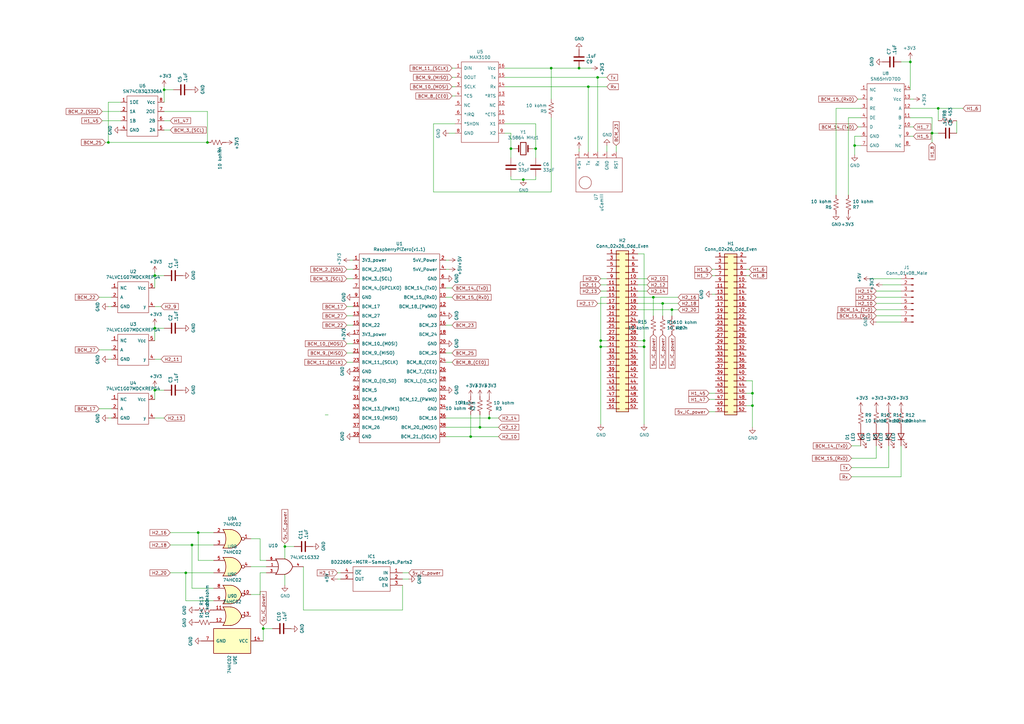
<source format=kicad_sch>
(kicad_sch (version 20211123) (generator eeschema)
  (paper "A3")
  (junction (at 196.85 175.26))
  (junction (at 241.3 35.56))
  (junction (at 382.27 54.61))
  (junction (at 219.71 60.96))
  (junction (at 237.49 27.94))
  (junction (at 116.84 224.155))
  (junction (at 308.61 161.29))
  (junction (at 275.59 127))
  (junction (at 350.52 59.69))
  (junction (at 373.38 25.4))
  (junction (at 200.66 171.45))
  (junction (at 63.5 134.62))
  (junction (at 384.81 44.45))
  (junction (at 246.38 139.7))
  (junction (at 308.61 166.37))
  (junction (at 271.78 124.46))
  (junction (at 78.74 223.52))
  (junction (at 193.04 179.07))
  (junction (at 264.16 139.7))
  (junction (at 226.06 27.94))
  (junction (at 67.31 36.83))
  (junction (at 267.97 121.92))
  (junction (at 63.5 160.02))
  (junction (at 81.28 218.44))
  (junction (at 85.09 58.42))
  (junction (at 44.45 58.42))
  (junction (at 264.16 142.24))
  (junction (at 209.55 60.96))
  (junction (at 63.5 113.03))
  (junction (at 76.2 234.95))
  (junction (at 107.95 257.81))
  (junction (at 214.63 73.66))
  (junction (at 245.11 31.75))
  (junction (at 246.38 142.24))
  (wire (pts (xy 107.95 257.81) (xy 107.95 262.89)))
  (wire (pts (xy 63.5 113.03) (xy 63.5 111.76)))
  (wire (pts (xy 78.74 241.3) (xy 87.63 241.3)))
  (wire (pts (xy 142.24 110.49) (xy 144.78 110.49)))
  (wire (pts (xy 359.41 121.92) (xy 369.57 121.92)))
  (wire (pts (xy 242.57 27.94) (xy 237.49 27.94)))
  (wire (pts (xy 67.31 36.83) (xy 71.12 36.83)))
  (wire (pts (xy 116.84 229.235) (xy 116.84 224.155)))
  (wire (pts (xy 351.79 52.07) (xy 353.06 52.07)))
  (wire (pts (xy 369.57 195.58) (xy 369.57 182.88)))
  (wire (pts (xy 382.27 48.26) (xy 382.27 54.61)))
  (wire (pts (xy 186.69 50.8) (xy 177.8 50.8)))
  (wire (pts (xy 342.9 44.45) (xy 353.06 44.45)))
  (wire (pts (xy 63.5 113.03) (xy 67.31 113.03)))
  (wire (pts (xy 210.82 60.96) (xy 209.55 60.96)))
  (wire (pts (xy 349.25 187.96) (xy 359.41 187.96)))
  (wire (pts (xy 193.04 170.18) (xy 193.04 179.07)))
  (wire (pts (xy 142.24 144.78) (xy 144.78 144.78)))
  (wire (pts (xy 209.55 73.66) (xy 209.55 72.39)))
  (wire (pts (xy 44.45 125.73) (xy 45.72 125.73)))
  (wire (pts (xy 248.92 139.7) (xy 246.38 139.7)))
  (wire (pts (xy 207.01 50.8) (xy 219.71 50.8)))
  (wire (pts (xy 209.55 54.61) (xy 207.01 54.61)))
  (wire (pts (xy 306.07 110.49) (xy 307.34 110.49)))
  (wire (pts (xy 76.2 234.95) (xy 87.63 234.95)))
  (wire (pts (xy 246.38 139.7) (xy 246.38 142.24)))
  (wire (pts (xy 261.62 142.24) (xy 264.16 142.24)))
  (wire (pts (xy 67.31 45.72) (xy 85.09 45.72)))
  (wire (pts (xy 306.07 113.03) (xy 307.34 113.03)))
  (wire (pts (xy 207.01 27.94) (xy 226.06 27.94)))
  (wire (pts (xy 350.52 55.88) (xy 350.52 59.69)))
  (wire (pts (xy 382.27 54.61) (xy 382.27 58.42)))
  (wire (pts (xy 119.38 257.81) (xy 119.507 257.937)))
  (wire (pts (xy 193.04 179.07) (xy 204.47 179.07)))
  (wire (pts (xy 196.85 175.26) (xy 204.47 175.26)))
  (wire (pts (xy 248.92 142.24) (xy 246.38 142.24)))
  (wire (pts (xy 44.45 41.91) (xy 49.53 41.91)))
  (wire (pts (xy 359.41 119.38) (xy 369.57 119.38)))
  (wire (pts (xy 142.24 148.59) (xy 144.78 148.59)))
  (wire (pts (xy 290.83 163.83) (xy 293.37 163.83)))
  (wire (pts (xy 241.3 35.56) (xy 241.3 62.23)))
  (wire (pts (xy 76.2 234.95) (xy 76.2 246.38)))
  (wire (pts (xy 116.84 224.155) (xy 116.84 222.885)))
  (wire (pts (xy 384.81 44.45) (xy 384.81 49.53)))
  (wire (pts (xy 102.87 232.41) (xy 109.22 232.41)))
  (wire (pts (xy 182.88 121.92) (xy 185.42 121.92)))
  (wire (pts (xy 350.52 59.69) (xy 350.52 63.5)))
  (wire (pts (xy 185.42 31.75) (xy 186.69 31.75)))
  (wire (pts (xy 200.66 171.45) (xy 204.47 171.45)))
  (wire (pts (xy 342.9 80.01) (xy 342.9 44.45)))
  (wire (pts (xy 271.78 124.46) (xy 278.13 124.46)))
  (wire (pts (xy 275.59 127) (xy 278.13 127)))
  (wire (pts (xy 373.38 25.4) (xy 373.38 36.83)))
  (wire (pts (xy 275.59 127) (xy 275.59 129.54)))
  (wire (pts (xy 264.16 142.24) (xy 264.16 173.99)))
  (wire (pts (xy 209.55 60.96) (xy 209.55 64.77)))
  (wire (pts (xy 138.43 234.95) (xy 139.7 234.95)))
  (wire (pts (xy 209.55 54.61) (xy 209.55 60.96)))
  (wire (pts (xy 219.71 72.39) (xy 219.71 73.66)))
  (wire (pts (xy 67.31 53.34) (xy 69.85 53.34)))
  (wire (pts (xy 359.41 127) (xy 369.57 127)))
  (wire (pts (xy 44.45 147.32) (xy 45.72 147.32)))
  (wire (pts (xy 306.07 166.37) (xy 308.61 166.37)))
  (wire (pts (xy 261.62 124.46) (xy 271.78 124.46)))
  (wire (pts (xy 63.5 125.73) (xy 66.04 125.73)))
  (wire (pts (xy 69.85 234.95) (xy 76.2 234.95)))
  (wire (pts (xy 359.41 124.46) (xy 369.57 124.46)))
  (wire (pts (xy 40.64 143.51) (xy 45.72 143.51)))
  (wire (pts (xy 124.46 250.19) (xy 165.1 250.19)))
  (wire (pts (xy 182.88 144.78) (xy 185.42 144.78)))
  (wire (pts (xy 78.74 223.52) (xy 87.63 223.52)))
  (wire (pts (xy 207.01 35.56) (xy 241.3 35.56)))
  (wire (pts (xy 292.1 113.03) (xy 293.37 113.03)))
  (wire (pts (xy 165.1 250.19) (xy 165.1 240.03)))
  (wire (pts (xy 246.38 116.84) (xy 248.92 116.84)))
  (wire (pts (xy 246.38 119.38) (xy 248.92 119.38)))
  (wire (pts (xy 81.28 218.44) (xy 81.28 229.87)))
  (wire (pts (xy 185.42 39.37) (xy 186.69 39.37)))
  (wire (pts (xy 384.81 44.45) (xy 394.97 44.45)))
  (wire (pts (xy 267.97 121.92) (xy 267.97 129.54)))
  (wire (pts (xy 182.88 175.26) (xy 196.85 175.26)))
  (wire (pts (xy 237.49 60.96) (xy 237.49 62.23)))
  (wire (pts (xy 353.06 59.69) (xy 350.52 59.69)))
  (wire (pts (xy 67.31 49.53) (xy 69.85 49.53)))
  (wire (pts (xy 292.1 120.65) (xy 293.37 120.65)))
  (wire (pts (xy 81.28 229.87) (xy 87.63 229.87)))
  (wire (pts (xy 392.43 49.53) (xy 392.43 54.61)))
  (wire (pts (xy 124.46 232.41) (xy 124.46 250.19)))
  (wire (pts (xy 219.71 50.8) (xy 219.71 60.96)))
  (wire (pts (xy 264.16 104.14) (xy 264.16 139.7)))
  (wire (pts (xy 40.64 121.92) (xy 45.72 121.92)))
  (wire (pts (xy 177.8 78.74) (xy 226.06 78.74)))
  (wire (pts (xy 142.24 129.54) (xy 144.78 129.54)))
  (wire (pts (xy 373.38 25.4) (xy 369.57 25.4)))
  (wire (pts (xy 116.84 235.585) (xy 116.84 240.03)))
  (wire (pts (xy 44.45 58.42) (xy 44.45 41.91)))
  (wire (pts (xy 142.24 114.3) (xy 144.78 114.3)))
  (wire (pts (xy 200.66 170.18) (xy 200.66 171.45)))
  (wire (pts (xy 78.74 223.52) (xy 78.74 241.3)))
  (wire (pts (xy 373.38 48.26) (xy 382.27 48.26)))
  (wire (pts (xy 252.73 59.69) (xy 252.73 62.23)))
  (wire (pts (xy 134.62 170.18) (xy 133.35 170.18)))
  (wire (pts (xy 306.07 156.21) (xy 308.61 156.21)))
  (wire (pts (xy 364.49 191.77) (xy 364.49 182.88)))
  (wire (pts (xy 184.15 54.61) (xy 186.69 54.61)))
  (wire (pts (xy 69.85 218.44) (xy 81.28 218.44)))
  (wire (pts (xy 63.5 139.7) (xy 63.5 134.62)))
  (wire (pts (xy 261.62 139.7) (xy 264.16 139.7)))
  (wire (pts (xy 347.98 80.01) (xy 347.98 48.26)))
  (wire (pts (xy 373.38 25.4) (xy 373.38 24.13)))
  (wire (pts (xy 63.5 118.11) (xy 63.5 113.03)))
  (wire (pts (xy 353.06 55.88) (xy 350.52 55.88)))
  (wire (pts (xy 76.2 246.38) (xy 87.63 246.38)))
  (wire (pts (xy 185.42 35.56) (xy 186.69 35.56)))
  (wire (pts (xy 349.25 182.88) (xy 353.06 182.88)))
  (wire (pts (xy 359.41 129.54) (xy 369.57 129.54)))
  (wire (pts (xy 248.92 59.69) (xy 248.92 62.23)))
  (wire (pts (xy 226.06 27.94) (xy 237.49 27.94)))
  (wire (pts (xy 85.09 45.72) (xy 85.09 58.42)))
  (wire (pts (xy 267.97 121.92) (xy 278.13 121.92)))
  (wire (pts (xy 63.5 171.45) (xy 67.31 171.45)))
  (wire (pts (xy 351.79 40.64) (xy 353.06 40.64)))
  (wire (pts (xy 226.06 27.94) (xy 226.06 40.64)))
  (wire (pts (xy 248.92 121.92) (xy 246.38 121.92)))
  (wire (pts (xy 41.91 45.72) (xy 49.53 45.72)))
  (wire (pts (xy 245.11 31.75) (xy 248.92 31.75)))
  (wire (pts (xy 347.98 48.26) (xy 353.06 48.26)))
  (wire (pts (xy 261.62 104.14) (xy 264.16 104.14)))
  (wire (pts (xy 261.62 116.84) (xy 265.43 116.84)))
  (wire (pts (xy 218.44 60.96) (xy 219.71 60.96)))
  (wire (pts (xy 63.5 134.62) (xy 63.5 133.35)))
  (wire (pts (xy 139.7 237.49) (xy 138.43 237.49)))
  (wire (pts (xy 290.83 168.91) (xy 293.37 168.91)))
  (wire (pts (xy 207.01 31.75) (xy 245.11 31.75)))
  (wire (pts (xy 182.88 171.45) (xy 200.66 171.45)))
  (wire (pts (xy 356.87 114.3) (xy 369.57 114.3)))
  (wire (pts (xy 107.95 257.81) (xy 111.76 257.81)))
  (wire (pts (xy 226.06 48.26) (xy 226.06 78.74)))
  (wire (pts (xy 182.88 110.49) (xy 184.15 110.49)))
  (wire (pts (xy 43.18 58.42) (xy 44.45 58.42)))
  (wire (pts (xy 261.62 127) (xy 275.59 127)))
  (wire (pts (xy 41.91 49.53) (xy 49.53 49.53)))
  (wire (pts (xy 246.38 114.3) (xy 248.92 114.3)))
  (wire (pts (xy 373.38 40.64) (xy 374.65 40.64)))
  (wire (pts (xy 177.8 50.8) (xy 177.8 78.74)))
  (wire (pts (xy 69.85 223.52) (xy 78.74 223.52)))
  (wire (pts (xy 246.38 121.92) (xy 246.38 139.7)))
  (wire (pts (xy 264.16 139.7) (xy 264.16 142.24)))
  (wire (pts (xy 67.31 36.83) (xy 67.31 35.56)))
  (wire (pts (xy 63.5 160.02) (xy 63.5 158.75)))
  (wire (pts (xy 182.88 133.35) (xy 185.42 133.35)))
  (wire (pts (xy 196.85 170.18) (xy 196.85 175.26)))
  (wire (pts (xy 292.1 110.49) (xy 293.37 110.49)))
  (wire (pts (xy 359.41 132.08) (xy 369.57 132.08)))
  (wire (pts (xy 246.38 142.24) (xy 246.38 173.99)))
  (wire (pts (xy 63.5 160.02) (xy 67.31 160.02)))
  (wire (pts (xy 116.84 224.155) (xy 120.65 224.155)))
  (wire (pts (xy 142.24 125.73) (xy 144.78 125.73)))
  (wire (pts (xy 271.78 124.46) (xy 271.78 129.54)))
  (wire (pts (xy 214.63 73.66) (xy 209.55 73.66)))
  (wire (pts (xy 373.38 52.07) (xy 374.65 52.07)))
  (wire (pts (xy 102.87 220.98) (xy 106.68 220.98)))
  (wire (pts (xy 308.61 156.21) (xy 308.61 161.29)))
  (wire (pts (xy 106.68 220.98) (xy 106.68 229.87)))
  (wire (pts (xy 361.95 116.84) (xy 369.57 116.84)))
  (wire (pts (xy 81.28 218.44) (xy 87.63 218.44)))
  (wire (pts (xy 308.61 161.29) (xy 308.61 166.37)))
  (wire (pts (xy 102.87 243.84) (xy 106.68 243.84)))
  (wire (pts (xy 40.64 167.64) (xy 45.72 167.64)))
  (wire (pts (xy 382.27 54.61) (xy 384.81 54.61)))
  (wire (pts (xy 185.42 27.94) (xy 186.69 27.94)))
  (wire (pts (xy 182.88 148.59) (xy 185.42 148.59)))
  (wire (pts (xy 261.62 121.92) (xy 267.97 121.92)))
  (wire (pts (xy 308.61 166.37) (xy 308.61 175.26)))
  (wire (pts (xy 63.5 134.62) (xy 67.31 134.62)))
  (wire (pts (xy 107.95 257.81) (xy 107.95 256.54)))
  (wire (pts (xy 106.68 234.95) (xy 109.22 234.95)))
  (wire (pts (xy 182.88 106.68) (xy 184.15 106.68)))
  (wire (pts (xy 167.64 237.49) (xy 165.1 237.49)))
  (wire (pts (xy 165.1 234.95) (xy 167.64 234.95)))
  (wire (pts (xy 359.41 187.96) (xy 359.41 182.88)))
  (wire (pts (xy 182.88 179.07) (xy 193.04 179.07)))
  (wire (pts (xy 245.11 31.75) (xy 245.11 62.23)))
  (wire (pts (xy 106.68 243.84) (xy 106.68 234.95)))
  (wire (pts (xy 63.5 147.32) (xy 66.04 147.32)))
  (wire (pts (xy 245.11 124.46) (xy 248.92 124.46)))
  (wire (pts (xy 142.24 133.35) (xy 144.78 133.35)))
  (wire (pts (xy 44.45 171.45) (xy 45.72 171.45)))
  (wire (pts (xy 306.07 161.29) (xy 308.61 161.29)))
  (wire (pts (xy 63.5 163.83) (xy 63.5 160.02)))
  (wire (pts (xy 142.24 140.97) (xy 144.78 140.97)))
  (wire (pts (xy 349.25 195.58) (xy 369.57 195.58)))
  (wire (pts (xy 85.09 58.42) (xy 44.45 58.42)))
  (wire (pts (xy 373.38 44.45) (xy 384.81 44.45)))
  (wire (pts (xy 261.62 114.3) (xy 265.43 114.3)))
  (wire (pts (xy 349.25 191.77) (xy 364.49 191.77)))
  (wire (pts (xy 219.71 60.96) (xy 219.71 64.77)))
  (wire (pts (xy 106.68 229.87) (xy 109.22 229.87)))
  (wire (pts (xy 182.88 118.11) (xy 185.42 118.11)))
  (wire (pts (xy 290.83 161.29) (xy 293.37 161.29)))
  (wire (pts (xy 241.3 35.56) (xy 248.92 35.56)))
  (wire (pts (xy 67.31 41.91) (xy 67.31 36.83)))
  (wire (pts (xy 374.65 55.88) (xy 373.38 55.88)))
  (wire (pts (xy 219.71 73.66) (xy 214.63 73.66)))
  (wire (pts (xy 144.78 106.68) (xy 143.51 106.68)))
  (wire (pts (xy 261.62 119.38) (xy 265.43 119.38)))
  (global_label "BCM_14_(TxD)" (shape input) (at 359.41 127 180) (property "Intersheet References" "${INTERSHEET_REFS}" (effects hide)))
  (global_label "Rx" (shape input) (at 349.25 195.58 180) (property "Intersheet References" "${INTERSHEET_REFS}" (effects hide)))
  (global_label "BCM_22" (shape input) (at 40.64 121.92 180) (property "Intersheet References" "${INTERSHEET_REFS}" (effects hide)))
  (global_label "Rx" (shape input) (at 248.92 35.56 0) (property "Intersheet References" "${INTERSHEET_REFS}" (effects hide)))
  (global_label "H2_17" (shape input) (at 245.11 124.46 180) (property "Intersheet References" "${INTERSHEET_REFS}" (effects hide)))
  (global_label "H1_7" (shape input) (at 292.1 113.03 180) (property "Intersheet References" "${INTERSHEET_REFS}" (effects hide)))
  (global_label "H2_10" (shape input) (at 359.41 124.46 180) (property "Intersheet References" "${INTERSHEET_REFS}" (effects hide)))
  (global_label "H2_13" (shape input) (at 67.31 171.45 0) (property "Intersheet References" "${INTERSHEET_REFS}" (effects hide)))
  (global_label "H2_10" (shape input) (at 265.43 114.3 0) (property "Intersheet References" "${INTERSHEET_REFS}" (effects hide)))
  (global_label "H1_45" (shape input) (at 290.83 161.29 180) (property "Intersheet References" "${INTERSHEET_REFS}" (effects hide)))
  (global_label "H1_8" (shape input) (at 382.27 58.42 270) (property "Intersheet References" "${INTERSHEET_REFS}" (effects hide)))
  (global_label "BCM_14_(TxD)" (shape input) (at 185.42 118.11 0) (property "Intersheet References" "${INTERSHEET_REFS}" (effects hide)))
  (global_label "H1_8" (shape input) (at 307.34 113.03 0) (property "Intersheet References" "${INTERSHEET_REFS}" (effects hide)))
  (global_label "H2_12" (shape input) (at 265.43 116.84 0) (property "Intersheet References" "${INTERSHEET_REFS}" (effects hide)))
  (global_label "H2_12" (shape input) (at 204.47 175.26 0) (property "Intersheet References" "${INTERSHEET_REFS}" (effects hide)))
  (global_label "BCM_17" (shape input) (at 142.24 125.73 180) (property "Intersheet References" "${INTERSHEET_REFS}" (effects hide)))
  (global_label "5v_IC_power" (shape input) (at 116.84 222.885 90) (property "Intersheet References" "${INTERSHEET_REFS}" (effects hide)))
  (global_label "H2_16" (shape input) (at 278.13 121.92 0) (property "Intersheet References" "${INTERSHEET_REFS}" (effects hide)))
  (global_label "H2_11" (shape input) (at 66.04 147.32 0) (property "Intersheet References" "${INTERSHEET_REFS}" (effects hide)))
  (global_label "BCM_10_(MOSI)" (shape input) (at 142.24 140.97 180) (property "Intersheet References" "${INTERSHEET_REFS}" (effects hide)))
  (global_label "H1_47" (shape input) (at 290.83 163.83 180) (property "Intersheet References" "${INTERSHEET_REFS}" (effects hide)))
  (global_label "BCM_11_(SCLK)" (shape input) (at 142.24 148.59 180) (property "Intersheet References" "${INTERSHEET_REFS}" (effects hide)))
  (global_label "Tx" (shape input) (at 349.25 191.77 180) (property "Intersheet References" "${INTERSHEET_REFS}" (effects hide)))
  (global_label "H1_6" (shape input) (at 394.97 44.45 0) (property "Intersheet References" "${INTERSHEET_REFS}" (effects hide)))
  (global_label "BCM_25" (shape input) (at 43.18 58.42 180) (property "Intersheet References" "${INTERSHEET_REFS}" (effects hide)))
  (global_label "BCM_14_(TxD)" (shape input) (at 351.79 52.07 180) (property "Intersheet References" "${INTERSHEET_REFS}" (effects hide)))
  (global_label "5v_IC_power" (shape input) (at 271.78 137.16 270) (property "Intersheet References" "${INTERSHEET_REFS}" (effects hide)))
  (global_label "H2_9" (shape input) (at 66.04 125.73 0) (property "Intersheet References" "${INTERSHEET_REFS}" (effects hide)))
  (global_label "BCM_9_(MISO)" (shape input) (at 185.42 31.75 180) (property "Intersheet References" "${INTERSHEET_REFS}" (effects hide)))
  (global_label "H1_5" (shape input) (at 374.65 55.88 0) (property "Intersheet References" "${INTERSHEET_REFS}" (effects hide)))
  (global_label "H1_5" (shape input) (at 292.1 110.49 180) (property "Intersheet References" "${INTERSHEET_REFS}" (effects hide)))
  (global_label "5v_IC_power" (shape input) (at 275.59 137.16 270) (property "Intersheet References" "${INTERSHEET_REFS}" (effects hide)))
  (global_label "5v_IC_power" (shape input) (at 167.64 234.95 0) (property "Intersheet References" "${INTERSHEET_REFS}" (effects hide)))
  (global_label "BCM_23" (shape input) (at 185.42 133.35 0) (property "Intersheet References" "${INTERSHEET_REFS}" (effects hide)))
  (global_label "BCM_10_(MOSI)" (shape input) (at 185.42 35.56 180) (property "Intersheet References" "${INTERSHEET_REFS}" (effects hide)))
  (global_label "H1_6" (shape input) (at 307.34 110.49 0) (property "Intersheet References" "${INTERSHEET_REFS}" (effects hide)))
  (global_label "BCM_3_(SCL)" (shape input) (at 69.85 53.34 0) (property "Intersheet References" "${INTERSHEET_REFS}" (effects hide)))
  (global_label "H2_20" (shape input) (at 278.13 127 0) (property "Intersheet References" "${INTERSHEET_REFS}" (effects hide)))
  (global_label "H2_18" (shape input) (at 278.13 124.46 0) (property "Intersheet References" "${INTERSHEET_REFS}" (effects hide)))
  (global_label "BCM_14_(TxD)" (shape input) (at 349.25 182.88 180) (property "Intersheet References" "${INTERSHEET_REFS}" (effects hide)))
  (global_label "BCM_25" (shape input) (at 185.42 144.78 0) (property "Intersheet References" "${INTERSHEET_REFS}" (effects hide)))
  (global_label "H2_17" (shape input) (at 138.43 234.95 180) (property "Intersheet References" "${INTERSHEET_REFS}" (effects hide)))
  (global_label "H1_7" (shape input) (at 374.65 52.07 0) (property "Intersheet References" "${INTERSHEET_REFS}" (effects hide)))
  (global_label "BCM_2_(SDA)" (shape input) (at 142.24 110.49 180) (property "Intersheet References" "${INTERSHEET_REFS}" (effects hide)))
  (global_label "H2_18" (shape input) (at 69.85 223.52 180) (property "Intersheet References" "${INTERSHEET_REFS}" (effects hide)))
  (global_label "H2_13" (shape input) (at 246.38 119.38 180) (property "Intersheet References" "${INTERSHEET_REFS}" (effects hide)))
  (global_label "H2_10" (shape input) (at 204.47 179.07 0) (property "Intersheet References" "${INTERSHEET_REFS}" (effects hide)))
  (global_label "BCM_8_(CE0)" (shape input) (at 185.42 148.59 0) (property "Intersheet References" "${INTERSHEET_REFS}" (effects hide)))
  (global_label "H2_9" (shape input) (at 246.38 114.3 180) (property "Intersheet References" "${INTERSHEET_REFS}" (effects hide)))
  (global_label "BCM_15_(RxD)" (shape input) (at 185.42 121.92 0) (property "Intersheet References" "${INTERSHEET_REFS}" (effects hide)))
  (global_label "BCM_15_(RxD)" (shape input) (at 359.41 129.54 180) (property "Intersheet References" "${INTERSHEET_REFS}" (effects hide)))
  (global_label "BCM_11_(SCLK)" (shape input) (at 185.42 27.94 180) (property "Intersheet References" "${INTERSHEET_REFS}" (effects hide)))
  (global_label "5v_IC_power" (shape input) (at 107.95 256.54 90) (property "Intersheet References" "${INTERSHEET_REFS}" (effects hide)))
  (global_label "5v_IC_power" (shape input) (at 267.97 137.16 270) (property "Intersheet References" "${INTERSHEET_REFS}" (effects hide)))
  (global_label "Tx" (shape input) (at 248.92 31.75 0) (property "Intersheet References" "${INTERSHEET_REFS}" (effects hide)))
  (global_label "BCM_17" (shape input) (at 40.64 167.64 180) (property "Intersheet References" "${INTERSHEET_REFS}" (effects hide)))
  (global_label "BCM_22" (shape input) (at 142.24 133.35 180) (property "Intersheet References" "${INTERSHEET_REFS}" (effects hide)))
  (global_label "H2_12" (shape input) (at 359.41 121.92 180) (property "Intersheet References" "${INTERSHEET_REFS}" (effects hide)))
  (global_label "BCM_8_(CE0)" (shape input) (at 185.42 39.37 180) (property "Intersheet References" "${INTERSHEET_REFS}" (effects hide)))
  (global_label "BCM_2_(SDA)" (shape input) (at 41.91 45.72 180) (property "Intersheet References" "${INTERSHEET_REFS}" (effects hide)))
  (global_label "H2_20" (shape input) (at 69.85 234.95 180) (property "Intersheet References" "${INTERSHEET_REFS}" (effects hide)))
  (global_label "H2_14" (shape input) (at 265.43 119.38 0) (property "Intersheet References" "${INTERSHEET_REFS}" (effects hide)))
  (global_label "H2_14" (shape input) (at 204.47 171.45 0) (property "Intersheet References" "${INTERSHEET_REFS}" (effects hide)))
  (global_label "H1_47" (shape input) (at 69.85 49.53 0) (property "Intersheet References" "${INTERSHEET_REFS}" (effects hide)))
  (global_label "H2_16" (shape input) (at 69.85 218.44 180) (property "Intersheet References" "${INTERSHEET_REFS}" (effects hide)))
  (global_label "H2_11" (shape input) (at 246.38 116.84 180) (property "Intersheet References" "${INTERSHEET_REFS}" (effects hide)))
  (global_label "H1_45" (shape input) (at 41.91 49.53 180) (property "Intersheet References" "${INTERSHEET_REFS}" (effects hide)))
  (global_label "BCM_15_(RxD)" (shape input) (at 349.25 187.96 180) (property "Intersheet References" "${INTERSHEET_REFS}" (effects hide)))
  (global_label "H2_14" (shape input) (at 359.41 119.38 180) (property "Intersheet References" "${INTERSHEET_REFS}" (effects hide)))
  (global_label "BCM_9_(MISO)" (shape input) (at 142.24 144.78 180) (property "Intersheet References" "${INTERSHEET_REFS}" (effects hide)))
  (global_label "BCM_3_(SCL)" (shape input) (at 142.24 114.3 180) (property "Intersheet References" "${INTERSHEET_REFS}" (effects hide)))
  (global_label "5v_IC_power" (shape input) (at 290.83 168.91 180) (property "Intersheet References" "${INTERSHEET_REFS}" (effects hide)))
  (global_label "BCM_23" (shape input) (at 252.73 59.69 90) (property "Intersheet References" "${INTERSHEET_REFS}" (effects hide)))
  (global_label "BCM_27" (shape input) (at 40.64 143.51 180) (property "Intersheet References" "${INTERSHEET_REFS}" (effects hide)))
  (global_label "BCM_15_(RxD)" (shape input) (at 351.79 40.64 180) (property "Intersheet References" "${INTERSHEET_REFS}" (effects hide)))
  (global_label "BCM_27" (shape input) (at 142.24 129.54 180) (property "Intersheet References" "${INTERSHEET_REFS}" (effects hide)))
  (symbol (lib_id "Library_no_delete:74LVC1G07MDCKREPG4") (at 57.15 113.03 0) (unit 1)
    (property "Reference" "U2" (at 54.61 111.379 0))
    (property "Value" "74LVC1G07MDCKREPG4" (at 54.61 113.6904 0))
    (property "Footprint" "Package_TO_SOT_SMD:SOT-353_SC-70-5" (effects hide))
  )
  (symbol (lib_id "SilverSat_symbols:SN65HVD70D") (at 360.68 30.48 0) (unit 1)
    (property "Reference" "U8" (at 363.22 30.099 0))
    (property "Value" "SN65HVD70D" (at 363.22 32.4104 0))
    (property "Footprint" "Package_SO:SOIC-14_3.9x8.7mm_P1.27mm" (effects hide))
  )
  (symbol (lib_id "SilverSat_symbols:MAX3100") (at 194.31 24.13 0) (unit 1)
    (property "Reference" "U5" (at 196.85 21.209 0))
    (property "Value" "MAX3100" (at 196.85 23.5204 0))
    (property "Footprint" "Package_SO:QSOP-16_3.9x4.9mm_P0.635mm" (effects hide))
  )
  (symbol (lib_id "SilverSat_symbols:uCamIII") (at 234.95 62.23 90) (mirror x) (unit 1)
    (property "Reference" "U7" (at 244.4496 79.4512 0) (effects (justify left)))
    (property "Value" "uCamIII" (at 246.761 79.4512 0) (effects (justify left)))
    (property "Footprint" "Silversat special parts:UCAM-III" (effects hide))
  )
  (symbol (lib_id "SilverSat_symbols:SN74CB3Q3306A") (at 57.15 35.56 0) (unit 1)
    (property "Reference" "U6" (at 58.42 35.179 0))
    (property "Value" "SN74CB3Q3306A" (at 58.42 37.4904 0))
    (property "Footprint" "Package_SO:TSSOP-8_4.4x3mm_P0.65mm" (effects hide))
  )
  (symbol (lib_id "Connector_Generic:Conn_02x26_Odd_Even") (at 254 134.62 0) (unit 1)
    (property "Reference" "H2" (at 255.27 98.6282 0))
    (property "Value" "Conn_02x26_Odd_Even" (at 255.27 100.9396 0))
    (property "Footprint" "SilverSat_footprints:TheBus2x26" (effects hide))
  )
  (symbol (lib_id "Connector_Generic:Conn_02x26_Odd_Even") (at 298.45 135.89 0) (unit 1)
    (property "Reference" "H1" (at 299.72 99.8982 0))
    (property "Value" "Conn_02x26_Odd_Even" (at 299.72 102.2096 0))
    (property "Footprint" "SilverSat_footprints:TheBus2x26" (effects hide))
  )
  (symbol (lib_id "Library_no_delete:74LVC1G07MDCKREPG4") (at 57.15 134.62 0) (unit 1)
    (property "Reference" "U3" (at 54.61 132.969 0))
    (property "Value" "74LVC1G07MDCKREPG4" (at 54.61 135.2804 0))
    (property "Footprint" "Package_TO_SOT_SMD:SOT-353_SC-70-5" (effects hide))
  )
  (symbol (lib_id "power:+3.3V") (at 92.71 58.42 270) (unit 1)
    (property "Reference" "#PWR0129" (effects hide))
    (property "Value" "+3.3V" (at 97.1042 58.801 0))
  )
  (symbol (lib_id "power:+5V") (at 237.49 60.96 0) (mirror y) (unit 1)
    (property "Reference" "#PWR0127" (effects hide))
    (property "Value" "+5V" (at 237.109 56.5658 0))
  )
  (symbol (lib_id "power:GND") (at 167.64 237.49 90) (mirror x) (unit 1)
    (property "Reference" "#PWR0128" (effects hide))
    (property "Value" "GND" (at 172.0342 237.617 0))
  )
  (symbol (lib_id "power:+3.3V") (at 143.51 106.68 90) (unit 1)
    (property "Reference" "#PWR01" (effects hide))
    (property "Value" "+3.3V" (at 139.1158 106.299 0))
  )
  (symbol (lib_id "power:+5V") (at 184.15 106.68 270) (unit 1)
    (property "Reference" "#PWR010" (effects hide))
    (property "Value" "+5V" (at 188.5442 107.061 0))
  )
  (symbol (lib_id "SilverSat_symbols:RaspberryPiZero(v1.1)") (at 160.02 101.6 0) (unit 1)
    (property "Reference" "U1" (at 163.83 99.949 0))
    (property "Value" "RaspberryPiZero(v1.1)" (at 163.83 102.2604 0))
    (property "Footprint" "Module:Raspberry_Pi_Zero_Socketed_THT_FaceDown_MountingHoles" (effects hide))
  )
  (symbol (lib_id "Device:C") (at 71.12 160.02 90) (unit 1)
    (property "Reference" "C3" (at 69.9516 157.099 0) (effects (justify left)))
    (property "Value" ".1uF" (at 72.263 157.099 0) (effects (justify left)))
    (property "Footprint" "Capacitor_SMD:C_0603_1608Metric" (effects hide))
  )
  (symbol (lib_id "Device:C") (at 71.12 113.03 90) (unit 1)
    (property "Reference" "C1" (at 69.9516 110.109 0) (effects (justify left)))
    (property "Value" ".1uF" (at 72.263 110.109 0) (effects (justify left)))
    (property "Footprint" "Capacitor_SMD:C_0603_1608Metric" (effects hide))
  )
  (symbol (lib_id "power:GND") (at 49.53 53.34 270) (unit 1)
    (property "Reference" "#PWR0130" (effects hide))
    (property "Value" "GND" (at 45.1358 53.467 0))
  )
  (symbol (lib_id "power:+5V") (at 184.15 110.49 270) (unit 1)
    (property "Reference" "#PWR011" (effects hide))
    (property "Value" "+5V" (at 188.5442 110.871 0))
  )
  (symbol (lib_id "power:+3.3V") (at 144.78 137.16 90) (unit 1)
    (property "Reference" "#PWR03" (effects hide))
    (property "Value" "+3.3V" (at 140.97 137.16 0))
  )
  (symbol (lib_id "Device:C") (at 71.12 134.62 90) (unit 1)
    (property "Reference" "C2" (at 69.9516 131.699 0) (effects (justify left)))
    (property "Value" ".1uF" (at 72.263 131.699 0) (effects (justify left)))
    (property "Footprint" "Capacitor_SMD:C_0603_1608Metric" (effects hide))
  )
  (symbol (lib_id "power:GND") (at 246.38 173.99 0) (unit 1)
    (property "Reference" "#PWR0101" (effects hide))
    (property "Value" "GND" (at 246.507 178.3842 0))
  )
  (symbol (lib_id "power:GND") (at 264.16 173.99 0) (unit 1)
    (property "Reference" "#PWR0102" (effects hide))
    (property "Value" "GND" (at 264.287 178.3842 0))
  )
  (symbol (lib_id "Device:C") (at 365.76 25.4 90) (unit 1)
    (property "Reference" "C7" (at 364.5916 22.479 0) (effects (justify left)))
    (property "Value" ".1uF" (at 366.903 22.479 0) (effects (justify left)))
    (property "Footprint" "Capacitor_SMD:C_0603_1608Metric" (effects hide))
  )
  (symbol (lib_id "power:+3.3V") (at 193.04 162.56 0) (unit 1)
    (property "Reference" "#PWR0103" (effects hide))
    (property "Value" "+3.3V" (at 193.421 158.1658 0))
  )
  (symbol (lib_id "power:+3.3V") (at 200.66 162.56 0) (unit 1)
    (property "Reference" "#PWR0104" (effects hide))
    (property "Value" "+3.3V" (at 201.041 158.1658 0))
  )
  (symbol (lib_id "power:+3.3V") (at 196.85 162.56 0) (unit 1)
    (property "Reference" "#PWR0105" (effects hide))
    (property "Value" "+3.3V" (at 197.231 158.1658 0))
  )
  (symbol (lib_id "power:+3.3V") (at 63.5 111.76 0) (unit 1)
    (property "Reference" "#PWR0106" (effects hide))
    (property "Value" "+3.3V" (at 63.881 107.3658 0))
  )
  (symbol (lib_id "power:+3.3V") (at 63.5 133.35 0) (unit 1)
    (property "Reference" "#PWR0107" (effects hide))
    (property "Value" "+3.3V" (at 63.881 128.9558 0))
  )
  (symbol (lib_id "power:+3.3V") (at 63.5 158.75 0) (unit 1)
    (property "Reference" "#PWR0108" (effects hide))
    (property "Value" "+3.3V" (at 63.881 154.3558 0))
  )
  (symbol (lib_id "power:GND") (at 44.45 171.45 270) (unit 1)
    (property "Reference" "#PWR0109" (effects hide))
    (property "Value" "GND" (at 40.0558 171.577 0))
  )
  (symbol (lib_id "Device:C") (at 388.62 54.61 270) (mirror x) (unit 1)
    (property "Reference" "C8" (at 389.7884 51.689 0) (effects (justify left)))
    (property "Value" ".1uF" (at 387.477 51.689 0) (effects (justify left)))
    (property "Footprint" "Capacitor_SMD:C_0603_1608Metric" (effects hide))
  )
  (symbol (lib_id "power:GND") (at 44.45 147.32 270) (unit 1)
    (property "Reference" "#PWR0110" (effects hide))
    (property "Value" "GND" (at 40.0558 147.447 0))
  )
  (symbol (lib_id "power:GND") (at 44.45 125.73 270) (unit 1)
    (property "Reference" "#PWR0111" (effects hide))
    (property "Value" "GND" (at 40.0558 125.857 0))
  )
  (symbol (lib_id "power:GND") (at 74.93 160.02 90) (unit 1)
    (property "Reference" "#PWR0112" (effects hide))
    (property "Value" "GND" (at 79.3242 159.893 0))
  )
  (symbol (lib_id "power:GND") (at 74.93 134.62 90) (unit 1)
    (property "Reference" "#PWR0113" (effects hide))
    (property "Value" "GND" (at 79.3242 134.493 0))
  )
  (symbol (lib_id "power:GND") (at 74.93 113.03 90) (unit 1)
    (property "Reference" "#PWR0114" (effects hide))
    (property "Value" "GND" (at 79.3242 112.903 0))
  )
  (symbol (lib_id "power:+3.3V") (at 373.38 24.13 0) (mirror y) (unit 1)
    (property "Reference" "#PWR0125" (effects hide))
    (property "Value" "+3.3V" (at 372.999 19.7358 0))
  )
  (symbol (lib_id "power:+3.3V") (at 374.65 40.64 270) (unit 1)
    (property "Reference" "#PWR0124" (effects hide))
    (property "Value" "+3.3V" (at 379.0442 41.021 0))
  )
  (symbol (lib_id "power:GND") (at 361.95 25.4 270) (mirror x) (unit 1)
    (property "Reference" "#PWR0123" (effects hide))
    (property "Value" "GND" (at 357.5558 25.273 0))
  )
  (symbol (lib_id "Device:C") (at 74.93 36.83 90) (unit 1)
    (property "Reference" "C5" (at 73.7616 33.909 0) (effects (justify left)))
    (property "Value" ".1uF" (at 76.073 33.909 0) (effects (justify left)))
    (property "Footprint" "Capacitor_SMD:C_0603_1608Metric" (effects hide))
  )
  (symbol (lib_id "power:GND") (at 350.52 63.5 0) (unit 1)
    (property "Reference" "#PWR0122" (effects hide))
    (property "Value" "GND" (at 350.647 67.8942 0))
  )
  (symbol (lib_id "Device:R_US") (at 347.98 83.82 0) (mirror x) (unit 1)
    (property "Reference" "R7" (at 349.7072 84.9884 0) (effects (justify left)))
    (property "Value" "10 kohm" (at 349.7072 82.677 0) (effects (justify left)))
    (property "Footprint" "Resistor_SMD:R_0603_1608Metric" (effects hide))
  )
  (symbol (lib_id "power:+3.3V") (at 347.98 87.63 180) (unit 1)
    (property "Reference" "#PWR0121" (effects hide))
    (property "Value" "+3.3V" (at 347.599 92.0242 0))
  )
  (symbol (lib_id "power:GND") (at 342.9 87.63 0) (unit 1)
    (property "Reference" "#PWR0120" (effects hide))
    (property "Value" "GND" (at 343.027 92.0242 0))
  )
  (symbol (lib_id "Device:C") (at 209.55 68.58 0) (unit 1)
    (property "Reference" "C4" (at 212.471 67.4116 0) (effects (justify left)))
    (property "Value" "33pF" (at 212.471 69.723 0) (effects (justify left)))
    (property "Footprint" "Capacitor_SMD:C_0603_1608Metric" (effects hide))
  )
  (symbol (lib_id "power:GND") (at 308.61 175.26 0) (unit 1)
    (property "Reference" "#PWR0119" (effects hide))
    (property "Value" "GND" (at 308.737 179.6542 0))
  )
  (symbol (lib_id "power:GND") (at 292.1 120.65 270) (unit 1)
    (property "Reference" "#PWR0118" (effects hide))
    (property "Value" "GND" (at 287.7058 120.777 0))
  )
  (symbol (lib_id "Device:R_US") (at 342.9 83.82 180) (unit 1)
    (property "Reference" "R6" (at 341.1728 84.9884 0) (effects (justify left)))
    (property "Value" "10 kohm" (at 341.1728 82.677 0) (effects (justify left)))
    (property "Footprint" "Resistor_SMD:R_0603_1608Metric" (effects hide))
  )
  (symbol (lib_id "Device:R_US") (at 226.06 44.45 180) (unit 1)
    (property "Reference" "R5" (at 224.3328 45.6184 0) (effects (justify left)))
    (property "Value" "10 kohm" (at 224.3328 43.307 0) (effects (justify left)))
    (property "Footprint" "Resistor_SMD:R_0603_1608Metric" (effects hide))
  )
  (symbol (lib_id "Device:R_US") (at 196.85 166.37 180) (unit 1)
    (property "Reference" "R2" (at 195.1228 167.5384 0) (effects (justify left)))
    (property "Value" "10 kohm" (at 195.1228 165.227 0) (effects (justify left)))
    (property "Footprint" "Resistor_SMD:R_0603_1608Metric" (effects hide))
  )
  (symbol (lib_id "Device:R_US") (at 193.04 166.37 0) (mirror y) (unit 1)
    (property "Reference" "R1" (at 191.3128 165.2016 0) (effects (justify left)))
    (property "Value" "10 kohm" (at 191.3128 167.513 0) (effects (justify left)))
    (property "Footprint" "Resistor_SMD:R_0603_1608Metric" (effects hide))
  )
  (symbol (lib_id "Device:R_US") (at 88.9 58.42 270) (unit 1)
    (property "Reference" "R4" (at 90.0684 60.1472 0) (effects (justify left)))
    (property "Value" "10 kohm" (at 90.17 60.96 0) (effects (justify left)))
    (property "Footprint" "Resistor_SMD:R_0603_1608Metric" (effects hide))
  )
  (symbol (lib_id "Device:R_US") (at 200.66 166.37 0) (mirror x) (unit 1)
    (property "Reference" "R3" (at 203.2 167.64 0) (effects (justify left)))
    (property "Value" "10 kohm" (at 202.3872 165.227 0) (effects (justify left)))
    (property "Footprint" "Resistor_SMD:R_0603_1608Metric" (effects hide))
  )
  (symbol (lib_id "power:GND") (at 182.88 160.02 90) (unit 1)
    (property "Reference" "#PWR09" (effects hide))
    (property "Value" "GND" (at 187.2742 159.893 0))
  )
  (symbol (lib_id "Device:R_US") (at 388.62 49.53 90) (unit 1)
    (property "Reference" "R8" (at 387.4516 47.8028 0) (effects (justify left)))
    (property "Value" "453" (at 389.763 47.8028 0) (effects (justify left)))
    (property "Footprint" "Resistor_SMD:R_0603_1608Metric" (effects hide))
  )
  (symbol (lib_id "power:GND") (at 182.88 140.97 90) (unit 1)
    (property "Reference" "#PWR08" (effects hide))
    (property "Value" "GND" (at 187.2742 140.843 0))
  )
  (symbol (lib_id "power:GND") (at 182.88 129.54 90) (unit 1)
    (property "Reference" "#PWR07" (effects hide))
    (property "Value" "GND" (at 187.2742 129.413 0))
  )
  (symbol (lib_id "power:GND") (at 144.78 179.07 270) (mirror x) (unit 1)
    (property "Reference" "#PWR05" (effects hide))
    (property "Value" "GND" (at 140.3858 178.943 0))
  )
  (symbol (lib_id "power:GND") (at 144.78 152.4 270) (mirror x) (unit 1)
    (property "Reference" "#PWR04" (effects hide))
    (property "Value" "GND" (at 140.3858 152.273 0))
  )
  (symbol (lib_id "power:GND") (at 144.78 121.92 270) (mirror x) (unit 1)
    (property "Reference" "#PWR02" (effects hide))
    (property "Value" "GND" (at 140.97 121.92 0))
  )
  (symbol (lib_id "power:GND") (at 182.88 114.3 90) (unit 1)
    (property "Reference" "#PWR06" (effects hide))
    (property "Value" "GND" (at 187.2742 114.173 0))
  )
  (symbol (lib_id "power:+3.3V") (at 67.31 35.56 0) (unit 1)
    (property "Reference" "#PWR0115" (effects hide))
    (property "Value" "+3.3V" (at 67.691 31.1658 0))
  )
  (symbol (lib_id "power:GND") (at 78.74 36.83 90) (unit 1)
    (property "Reference" "#PWR0116" (effects hide))
    (property "Value" "GND" (at 83.1342 36.703 0))
  )
  (symbol (lib_id "power:GND") (at 184.15 54.61 270) (unit 1)
    (property "Reference" "#PWR0117" (effects hide))
    (property "Value" "GND" (at 179.7558 54.737 0))
  )
  (symbol (lib_id "Device:C") (at 219.71 68.58 0) (unit 1)
    (property "Reference" "C6" (at 222.631 67.4116 0) (effects (justify left)))
    (property "Value" "33pF" (at 222.631 69.723 0) (effects (justify left)))
    (property "Footprint" "Capacitor_SMD:C_0603_1608Metric" (effects hide))
  )
  (symbol (lib_id "power:GND") (at 214.63 73.66 0) (unit 1)
    (property "Reference" "#PWR0126" (effects hide))
    (property "Value" "GND" (at 214.757 78.0542 0))
  )
  (symbol (lib_id "Device:Crystal") (at 214.63 60.96 0) (unit 1)
    (property "Reference" "Y1" (at 214.63 54.1528 0))
    (property "Value" "3.5864 MHz1" (at 214.63 56.4642 0))
    (property "Footprint" "Crystal:Crystal_SMD_HC49-SD_HandSoldering" (effects hide))
  )
  (symbol (lib_id "Connector:Conn_01x08_Male") (at 374.65 121.92 0) (mirror y) (unit 1)
    (property "Reference" "J1" (at 371.9068 109.7026 0))
    (property "Value" "Conn_01x08_Male" (at 371.9068 112.014 0))
    (property "Footprint" "Connector_PinHeader_2.54mm:PinHeader_1x08_P2.54mm_Vertical" (effects hide))
  )
  (symbol (lib_id "power:+3.3V") (at 242.57 27.94 270) (unit 1)
    (property "Reference" "#PWR013" (effects hide))
    (property "Value" "+3.3V" (at 246.9642 28.321 0))
  )
  (symbol (lib_id "power:GND") (at 237.49 20.32 0) (mirror x) (unit 1)
    (property "Reference" "#PWR012" (effects hide))
    (property "Value" "GND" (at 237.617 15.9258 0))
  )
  (symbol (lib_id "Device:C") (at 237.49 24.13 0) (mirror x) (unit 1)
    (property "Reference" "C9" (at 240.411 25.2984 0) (effects (justify left)))
    (property "Value" ".1uF" (at 240.411 22.987 0) (effects (justify left)))
    (property "Footprint" "Capacitor_SMD:C_0603_1608Metric" (effects hide))
  )
  (symbol (lib_id "SilverSat_symbols:BD2268G-MGTR-SamacSys_Parts2") (at 165.1 234.95 0) (mirror y) (unit 1)
    (property "Reference" "IC1" (at 152.4 228.219 0))
    (property "Value" "BD2268G-MGTR-SamacSys_Parts2" (at 152.4 230.5304 0))
    (property "Footprint" "Package_SO:TSOP-5_1.65x3.05mm_P0.95mm" (effects hide))
    (property "Datasheet" "https://www.mouser.tw/datasheet/2/348/bd2268g-m-e-1874307.pdf" (effects hide))
    (property "Description" "Power Switch ICs - Power Distribution LOW ON-RESISTANCE N-CHANNEL" (effects hide))
    (property "Height" "1.25" (effects hide))
    (property "Manufacturer_Name" "ROHM Semiconductor" (effects hide))
    (property "Manufacturer_Part_Number" "BD2268G-MGTR" (effects hide))
    (property "Mouser Part Number" "755-BD2268G-MGTR" (effects hide))
    (property "Mouser Price/Stock" "https://www.mouser.co.uk/ProductDetail/ROHM-Semiconductor/BD2268G-MGTR?qs=WHeKGGBt0W9iXCIsqOoAOg%3D%3D" (effects hide))
  )
  (symbol (lib_id "Library_no_delete:74LVC1G07MDCKREPG4") (at 57.15 158.75 0) (unit 1)
    (property "Reference" "U4" (at 54.61 157.099 0))
    (property "Value" "74LVC1G07MDCKREPG4" (at 54.61 159.4104 0))
    (property "Footprint" "Package_TO_SOT_SMD:SOT-353_SC-70-5" (effects hide))
  )
  (symbol (lib_id "power:GND") (at 248.92 59.69 0) (mirror x) (unit 1)
    (property "Reference" "#PWR014" (effects hide))
    (property "Value" "GND" (at 249.047 55.2958 0))
  )
  (symbol (lib_id "Device:R_US") (at 353.06 171.45 0) (unit 1)
    (property "Reference" "R9" (at 354.7872 170.2816 0) (effects (justify left)))
    (property "Value" "10 kohm" (at 354.7872 172.593 0) (effects (justify left)))
    (property "Footprint" "Resistor_SMD:R_0603_1608Metric" (effects hide))
  )
  (symbol (lib_id "Device:R_US") (at 359.41 171.45 0) (unit 1)
    (property "Reference" "R10" (at 361.1372 170.2816 0) (effects (justify left)))
    (property "Value" "10 kohm" (at 361.1372 172.593 0) (effects (justify left)))
    (property "Footprint" "Resistor_SMD:R_0603_1608Metric" (effects hide))
  )
  (symbol (lib_id "Device:LED") (at 359.41 179.07 90) (unit 1)
    (property "Reference" "D2" (at 353.8982 179.2478 0))
    (property "Value" "LED" (at 356.2096 179.2478 0))
    (property "Footprint" "LED_THT:LED_D3.0mm" (effects hide))
  )
  (symbol (lib_id "power:+3.3V") (at 359.41 167.64 0) (unit 1)
    (property "Reference" "#PWR018" (effects hide))
    (property "Value" "+3.3V" (at 359.791 163.2458 0))
  )
  (symbol (lib_id "Device:R_US") (at 364.49 171.45 0) (unit 1)
    (property "Reference" "R11" (at 366.2172 170.2816 0) (effects (justify left)))
    (property "Value" "10 kohm" (at 366.2172 172.593 0) (effects (justify left)))
    (property "Footprint" "Resistor_SMD:R_0603_1608Metric" (effects hide))
  )
  (symbol (lib_id "Device:LED") (at 364.49 179.07 90) (unit 1)
    (property "Reference" "D3" (at 358.9782 179.2478 0))
    (property "Value" "LED" (at 361.2896 179.2478 0))
    (property "Footprint" "LED_THT:LED_D3.0mm" (effects hide))
  )
  (symbol (lib_id "power:+3.3V") (at 364.49 167.64 0) (unit 1)
    (property "Reference" "#PWR019" (effects hide))
    (property "Value" "+3.3V" (at 364.871 163.2458 0))
  )
  (symbol (lib_id "Device:R_US") (at 369.57 171.45 0) (unit 1)
    (property "Reference" "R12" (at 371.2972 170.2816 0) (effects (justify left)))
    (property "Value" "10 kohm" (at 371.2972 172.593 0) (effects (justify left)))
    (property "Footprint" "Resistor_SMD:R_0603_1608Metric" (effects hide))
  )
  (symbol (lib_id "Device:LED") (at 369.57 179.07 90) (unit 1)
    (property "Reference" "D4" (at 364.0582 179.2478 0))
    (property "Value" "LED" (at 366.3696 179.2478 0))
    (property "Footprint" "LED_THT:LED_D3.0mm" (effects hide))
  )
  (symbol (lib_id "power:+3.3V") (at 369.57 167.64 0) (unit 1)
    (property "Reference" "#PWR020" (effects hide))
    (property "Value" "+3.3V" (at 369.951 163.2458 0))
  )
  (symbol (lib_id "74xx:74HC02") (at 95.25 220.98 0) (unit 1)
    (property "Reference" "U9" (at 95.25 212.725 0))
    (property "Value" "74HC02" (at 95.25 215.0364 0))
    (property "Footprint" "Package_SO:SOIC-14_3.9x8.7mm_P1.27mm" (effects hide))
    (property "Datasheet" "http://www.ti.com/lit/gpn/sn74hc02" (effects hide))
  )
  (symbol (lib_id "74xx:74HC02") (at 95.25 232.41 0) (unit 2)
    (property "Reference" "U9" (at 95.25 224.155 0))
    (property "Value" "74HC02" (at 95.25 226.4664 0))
    (property "Footprint" "Package_SO:SOIC-14_3.9x8.7mm_P1.27mm" (effects hide))
    (property "Datasheet" "http://www.ti.com/lit/gpn/sn74hc02" (effects hide))
  )
  (symbol (lib_id "74xx:74HC02") (at 95.25 243.84 0) (unit 3)
    (property "Reference" "U9" (at 95.25 235.585 0))
    (property "Value" "74HC02" (at 95.25 237.8964 0))
    (property "Footprint" "Package_SO:SOIC-14_3.9x8.7mm_P1.27mm" (effects hide))
    (property "Datasheet" "http://www.ti.com/lit/gpn/sn74hc02" (effects hide))
  )
  (symbol (lib_id "74xx:74HC02") (at 95.25 252.73 0) (unit 4)
    (property "Reference" "U9" (at 95.25 244.475 0))
    (property "Value" "74HC02" (at 95.25 246.7864 0))
    (property "Footprint" "Package_SO:SOIC-14_3.9x8.7mm_P1.27mm" (effects hide))
    (property "Datasheet" "http://www.ti.com/lit/gpn/sn74hc02" (effects hide))
  )
  (symbol (lib_id "74xx:74HC02") (at 95.25 262.89 270) (unit 5)
    (property "Reference" "U9" (at 96.4184 268.732 0) (effects (justify left)))
    (property "Value" "74HC02" (at 94.107 268.732 0) (effects (justify left)))
    (property "Footprint" "Package_SO:SOIC-14_3.9x8.7mm_P1.27mm" (effects hide))
    (property "Datasheet" "http://www.ti.com/lit/gpn/sn74hc02" (effects hide))
  )
  (symbol (lib_id "Device:LED") (at 353.06 179.07 90) (unit 1)
    (property "Reference" "D1" (at 347.5482 179.2478 0))
    (property "Value" "LED" (at 349.8596 179.2478 0))
    (property "Footprint" "LED_THT:LED_D3.0mm" (effects hide))
  )
  (symbol (lib_id "74xGxx:74LVC1G332") (at 116.84 232.41 0) (unit 1)
    (property "Reference" "U10" (at 112.014 223.774 0))
    (property "Value" "74LVC1G332" (at 124.968 228.6 0))
    (property "Footprint" "Package_TO_SOT_SMD:SOT-23-6" (effects hide))
    (property "Datasheet" "http://www.ti.com/lit/sg/scyt129e/scyt129e.pdf" (effects hide))
  )
  (symbol (lib_id "power:+3.3V") (at 361.95 116.84 90) (unit 1)
    (property "Reference" "#PWR024" (effects hide))
    (property "Value" "+3.3V" (at 357.5558 116.459 0))
  )
  (symbol (lib_id "power:+3.3V") (at 353.06 167.64 0) (unit 1)
    (property "Reference" "#PWR017" (effects hide))
    (property "Value" "+3.3V" (at 353.441 163.2458 0))
  )
  (symbol (lib_id "power:+5V") (at 138.43 237.49 90) (unit 1)
    (property "Reference" "#PWR023" (effects hide))
    (property "Value" "+5V" (at 134.0358 237.109 0))
  )
  (symbol (lib_id "power:+5V") (at 356.87 114.3 90) (unit 1)
    (property "Reference" "#PWR015" (effects hide))
    (property "Value" "+5V" (at 352.4758 113.919 0))
  )
  (symbol (lib_id "power:GND") (at 359.41 132.08 270) (mirror x) (unit 1)
    (property "Reference" "#PWR016" (effects hide))
    (property "Value" "GND" (at 355.0158 131.953 0))
  )
  (symbol (lib_id "Device:R_US") (at 83.82 250.19 90) (unit 1)
    (property "Reference" "R13" (at 82.6516 248.4628 0) (effects (justify left)))
    (property "Value" "10 kohm" (at 84.963 248.4628 0) (effects (justify left)))
    (property "Footprint" "Resistor_SMD:R_0603_1608Metric" (effects hide))
  )
  (symbol (lib_id "power:GND") (at 80.01 250.19 270) (unit 1)
    (property "Reference" "#PWR025" (effects hide))
    (property "Value" "GND" (at 75.6158 250.317 0))
  )
  (symbol (lib_id "Device:R_US") (at 83.82 255.27 90) (unit 1)
    (property "Reference" "R14" (at 82.6516 253.5428 0) (effects (justify left)))
    (property "Value" "10 kohm" (at 84.963 253.5428 0) (effects (justify left)))
    (property "Footprint" "Resistor_SMD:R_0603_1608Metric" (effects hide))
  )
  (symbol (lib_id "power:GND") (at 80.01 255.27 270) (unit 1)
    (property "Reference" "#PWR026" (effects hide))
    (property "Value" "GND" (at 75.6158 255.397 0))
  )
  (symbol (lib_id "power:GND") (at 82.55 262.89 270) (unit 1)
    (property "Reference" "#PWR021" (effects hide))
    (property "Value" "GND" (at 78.1558 263.017 0))
  )
  (symbol (lib_id "Device:C") (at 124.46 224.155 90) (unit 1)
    (property "Reference" "C11" (at 123.2916 221.234 0) (effects (justify left)))
    (property "Value" ".1uF" (at 125.603 221.234 0) (effects (justify left)))
    (property "Footprint" "Capacitor_SMD:C_0603_1608Metric" (effects hide))
  )
  (symbol (lib_id "power:GND") (at 119.507 257.937 90) (unit 1)
    (property "Reference" "#PWR0134" (effects hide))
    (property "Value" "GND" (at 123.9012 257.81 0))
  )
  (symbol (lib_id "Device:C") (at 115.57 257.81 90) (unit 1)
    (property "Reference" "C10" (at 114.4016 254.889 0) (effects (justify left)))
    (property "Value" ".1uF" (at 116.713 254.889 0) (effects (justify left)))
    (property "Footprint" "Capacitor_SMD:C_0603_1608Metric" (effects hide))
  )
  (symbol (lib_id "Device:R_US") (at 275.59 133.35 0) (mirror x) (unit 1)
    (property "Reference" "R17" (at 277.3172 134.5184 0) (effects (justify left)))
    (property "Value" "10 kohm" (at 277.3172 132.207 0) (effects (justify left)))
    (property "Footprint" "Resistor_SMD:R_0603_1608Metric" (effects hide))
  )
  (symbol (lib_id "power:GND") (at 128.27 224.155 90) (unit 1)
    (property "Reference" "#PWR0137" (effects hide))
    (property "Value" "GND" (at 132.6642 224.028 0))
  )
  (symbol (lib_id "power:GND") (at 116.84 240.03 0) (unit 1)
    (property "Reference" "#PWR0135" (effects hide))
    (property "Value" "GND" (at 116.967 244.4242 0))
  )
  (symbol (lib_id "Device:R_US") (at 271.78 133.35 0) (unit 1)
    (property "Reference" "R16" (at 273.5072 132.1816 0) (effects (justify left)))
    (property "Value" "10 kohm" (at 273.5072 134.493 0) (effects (justify left)))
    (property "Footprint" "Resistor_SMD:R_0603_1608Metric" (effects hide))
  )
  (symbol (lib_id "Device:R_US") (at 267.97 133.35 0) (mirror y) (unit 1)
    (property "Reference" "R15" (at 265.43 132.08 0) (effects (justify left)))
    (property "Value" "10 kohm" (at 266.2428 134.493 0) (effects (justify left)))
    (property "Footprint" "Resistor_SMD:R_0603_1608Metric" (effects hide))
  )
)
</source>
